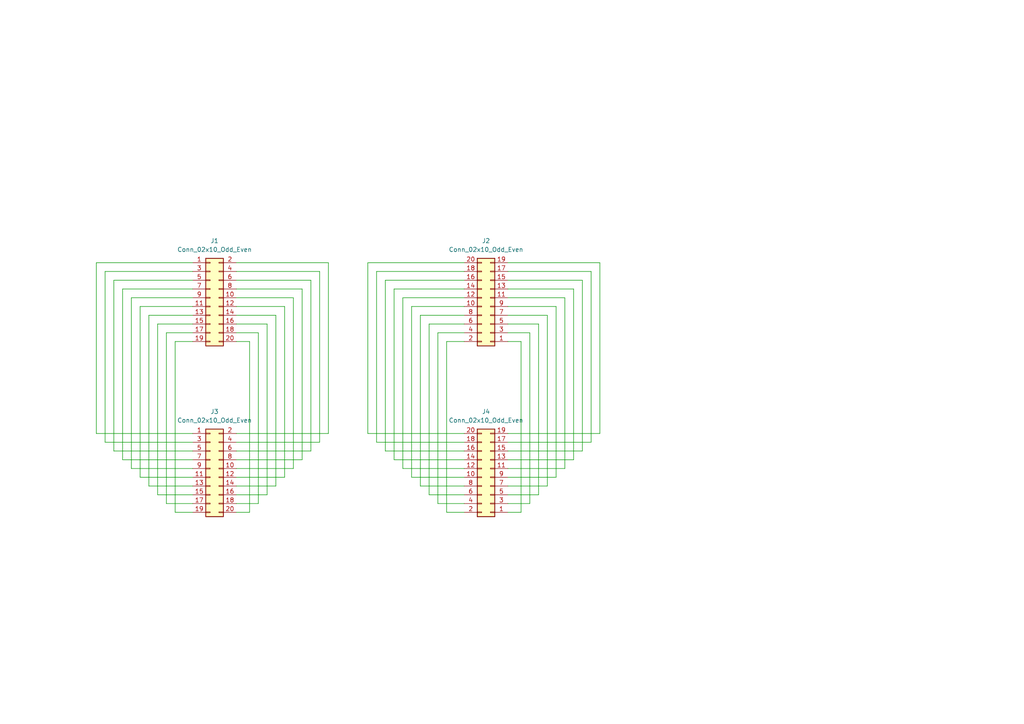
<source format=kicad_sch>
(kicad_sch (version 20250114) (generator "eeschema") (generator_version "9.0")
  (paper "A4")
  (lib_symbols
    (symbol "Connector_Generic:Conn_02x10_Odd_Even" (pin_names (offset 1.016) (hide yes))
      (property "Reference" "J" (at 1.27 12.7 0))
      (property "Value" "Conn_02x10_Odd_Even" (at 1.27 -15.24 0))
      (symbol "Conn_02x10_Odd_Even_1_1"
        (rectangle (start -1.27 11.43) (end 3.81 -13.97) (stroke (width 0.254)) (fill (type background)))
        (rectangle (start -1.27 10.287) (end 0 10.033) (stroke (width 0.1524)))
        (rectangle (start -1.27 7.747) (end 0 7.493) (stroke (width 0.1524)))
        (rectangle (start -1.27 5.207) (end 0 4.953) (stroke (width 0.1524)))
        (rectangle (start -1.27 2.667) (end 0 2.413) (stroke (width 0.1524)))
        (rectangle (start -1.27 0.127) (end 0 -0.127) (stroke (width 0.1524)))
        (rectangle (start -1.27 -2.413) (end 0 -2.667) (stroke (width 0.1524)))
        (rectangle (start -1.27 -4.953) (end 0 -5.207) (stroke (width 0.1524)))
        (rectangle (start -1.27 -7.493) (end 0 -7.747) (stroke (width 0.1524)))
        (rectangle (start -1.27 -10.033) (end 0 -10.287) (stroke (width 0.1524)))
        (rectangle (start -1.27 -12.573) (end 0 -12.827) (stroke (width 0.1524)))
        (rectangle (start 3.81 10.287) (end 2.54 10.033) (stroke (width 0.1524)))
        (rectangle (start 3.81 7.747) (end 2.54 7.493) (stroke (width 0.1524)))
        (rectangle (start 3.81 5.207) (end 2.54 4.953) (stroke (width 0.1524)))
        (rectangle (start 3.81 2.667) (end 2.54 2.413) (stroke (width 0.1524)))
        (rectangle (start 3.81 0.127) (end 2.54 -0.127) (stroke (width 0.1524)))
        (rectangle (start 3.81 -2.413) (end 2.54 -2.667) (stroke (width 0.1524)))
        (rectangle (start 3.81 -4.953) (end 2.54 -5.207) (stroke (width 0.1524)))
        (rectangle (start 3.81 -7.493) (end 2.54 -7.747) (stroke (width 0.1524)))
        (rectangle (start 3.81 -10.033) (end 2.54 -10.287) (stroke (width 0.1524)))
        (rectangle (start 3.81 -12.573) (end 2.54 -12.827) (stroke (width 0.1524)))
        (pin passive line (at -5.08 10.16 0) (length 3.81) (name "Pin_1") (number "1"))
        (pin passive line (at -5.08 7.62 0) (length 3.81) (name "Pin_3") (number "3"))
        (pin passive line (at -5.08 5.08 0) (length 3.81) (name "Pin_5") (number "5"))
        (pin passive line (at -5.08 2.54 0) (length 3.81) (name "Pin_7") (number "7"))
        (pin passive line (at -5.08 0 0) (length 3.81) (name "Pin_9") (number "9"))
        (pin passive line (at -5.08 -2.54 0) (length 3.81) (name "Pin_11") (number "11"))
        (pin passive line (at -5.08 -5.08 0) (length 3.81) (name "Pin_13") (number "13"))
        (pin passive line (at -5.08 -7.62 0) (length 3.81) (name "Pin_15") (number "15"))
        (pin passive line (at -5.08 -10.16 0) (length 3.81) (name "Pin_17") (number "17"))
        (pin passive line (at -5.08 -12.7 0) (length 3.81) (name "Pin_19") (number "19"))
        (pin passive line (at 7.62 10.16 180) (length 3.81) (name "Pin_2") (number "2"))
        (pin passive line (at 7.62 7.62 180) (length 3.81) (name "Pin_4") (number "4"))
        (pin passive line (at 7.62 5.08 180) (length 3.81) (name "Pin_6") (number "6"))
        (pin passive line (at 7.62 2.54 180) (length 3.81) (name "Pin_8") (number "8"))
        (pin passive line (at 7.62 0 180) (length 3.81) (name "Pin_10") (number "10"))
        (pin passive line (at 7.62 -2.54 180) (length 3.81) (name "Pin_12") (number "12"))
        (pin passive line (at 7.62 -5.08 180) (length 3.81) (name "Pin_14") (number "14"))
        (pin passive line (at 7.62 -7.62 180) (length 3.81) (name "Pin_16") (number "16"))
        (pin passive line (at 7.62 -10.16 180) (length 3.81) (name "Pin_18") (number "18"))
        (pin passive line (at 7.62 -12.7 180) (length 3.81) (name "Pin_20") (number "20"))
      )
    )
  )
  (wire (pts (xy 134.62 99.06) (xy 129.54 99.06)))
  (wire (pts (xy 55.88 83.82) (xy 35.56 83.82)))
  (wire (pts (xy 161.29 138.43) (xy 147.32 138.43)))
  (wire (pts (xy 92.71 78.74) (xy 92.71 128.27)))
  (wire (pts (xy 33.02 130.81) (xy 33.02 81.28)))
  (wire (pts (xy 38.1 135.89) (xy 38.1 86.36)))
  (wire (pts (xy 106.68 76.2) (xy 106.68 125.73)))
  (wire (pts (xy 173.99 76.2) (xy 147.32 76.2)))
  (wire (pts (xy 55.88 146.05) (xy 48.26 146.05)))
  (wire (pts (xy 156.21 93.98) (xy 156.21 143.51)))
  (wire (pts (xy 134.62 76.2) (xy 106.68 76.2)))
  (wire (pts (xy 90.17 130.81) (xy 90.17 81.28)))
  (wire (pts (xy 156.21 143.51) (xy 147.32 143.51)))
  (wire (pts (xy 45.72 143.51) (xy 55.88 143.51)))
  (wire (pts (xy 68.58 93.98) (xy 77.47 93.98)))
  (wire (pts (xy 158.75 91.44) (xy 147.32 91.44)))
  (wire (pts (xy 68.58 135.89) (xy 85.09 135.89)))
  (wire (pts (xy 48.26 96.52) (xy 55.88 96.52)))
  (wire (pts (xy 55.88 78.74) (xy 30.48 78.74)))
  (wire (pts (xy 147.32 125.73) (xy 173.99 125.73)))
  (wire (pts (xy 147.32 140.97) (xy 158.75 140.97)))
  (wire (pts (xy 40.64 138.43) (xy 55.88 138.43)))
  (wire (pts (xy 166.37 83.82) (xy 166.37 133.35)))
  (wire (pts (xy 121.92 140.97) (xy 121.92 91.44)))
  (wire (pts (xy 72.39 148.59) (xy 68.58 148.59)))
  (wire (pts (xy 74.93 96.52) (xy 68.58 96.52)))
  (wire (pts (xy 168.91 81.28) (xy 147.32 81.28)))
  (wire (pts (xy 27.94 125.73) (xy 55.88 125.73)))
  (wire (pts (xy 30.48 78.74) (xy 30.48 128.27)))
  (wire (pts (xy 68.58 78.74) (xy 92.71 78.74)))
  (wire (pts (xy 151.13 99.06) (xy 151.13 148.59)))
  (wire (pts (xy 68.58 83.82) (xy 87.63 83.82)))
  (wire (pts (xy 119.38 138.43) (xy 134.62 138.43)))
  (wire (pts (xy 163.83 135.89) (xy 163.83 86.36)))
  (wire (pts (xy 80.01 91.44) (xy 68.58 91.44)))
  (wire (pts (xy 77.47 93.98) (xy 77.47 143.51)))
  (wire (pts (xy 27.94 76.2) (xy 27.94 125.73)))
  (wire (pts (xy 147.32 88.9) (xy 161.29 88.9)))
  (wire (pts (xy 85.09 135.89) (xy 85.09 86.36)))
  (wire (pts (xy 33.02 81.28) (xy 55.88 81.28)))
  (wire (pts (xy 127 146.05) (xy 134.62 146.05)))
  (wire (pts (xy 55.88 76.2) (xy 27.94 76.2)))
  (wire (pts (xy 114.3 133.35) (xy 134.62 133.35)))
  (wire (pts (xy 68.58 130.81) (xy 90.17 130.81)))
  (wire (pts (xy 55.88 88.9) (xy 40.64 88.9)))
  (wire (pts (xy 161.29 88.9) (xy 161.29 138.43)))
  (wire (pts (xy 106.68 125.73) (xy 134.62 125.73)))
  (wire (pts (xy 121.92 140.97) (xy 134.62 140.97)))
  (wire (pts (xy 109.22 78.74) (xy 109.22 128.27)))
  (wire (pts (xy 82.55 138.43) (xy 68.58 138.43)))
  (wire (pts (xy 166.37 133.35) (xy 147.32 133.35)))
  (wire (pts (xy 147.32 99.06) (xy 151.13 99.06)))
  (wire (pts (xy 151.13 148.59) (xy 147.32 148.59)))
  (wire (pts (xy 116.84 135.89) (xy 116.84 86.36)))
  (wire (pts (xy 147.32 135.89) (xy 163.83 135.89)))
  (wire (pts (xy 35.56 83.82) (xy 35.56 133.35)))
  (wire (pts (xy 68.58 125.73) (xy 95.25 125.73)))
  (wire (pts (xy 134.62 88.9) (xy 119.38 88.9)))
  (wire (pts (xy 55.88 130.81) (xy 33.02 130.81)))
  (wire (pts (xy 124.46 143.51) (xy 134.62 143.51)))
  (wire (pts (xy 116.84 135.89) (xy 134.62 135.89)))
  (wire (pts (xy 55.88 135.89) (xy 38.1 135.89)))
  (wire (pts (xy 147.32 83.82) (xy 166.37 83.82)))
  (wire (pts (xy 111.76 130.81) (xy 111.76 81.28)))
  (wire (pts (xy 109.22 128.27) (xy 134.62 128.27)))
  (wire (pts (xy 173.99 125.73) (xy 173.99 76.2)))
  (wire (pts (xy 134.62 78.74) (xy 109.22 78.74)))
  (wire (pts (xy 95.25 125.73) (xy 95.25 76.2)))
  (wire (pts (xy 147.32 78.74) (xy 171.45 78.74)))
  (wire (pts (xy 55.88 93.98) (xy 45.72 93.98)))
  (wire (pts (xy 50.8 99.06) (xy 50.8 148.59)))
  (wire (pts (xy 95.25 76.2) (xy 68.58 76.2)))
  (wire (pts (xy 127 96.52) (xy 134.62 96.52)))
  (wire (pts (xy 147.32 128.27) (xy 171.45 128.27)))
  (wire (pts (xy 30.48 128.27) (xy 55.88 128.27)))
  (wire (pts (xy 147.32 93.98) (xy 156.21 93.98)))
  (wire (pts (xy 50.8 148.59) (xy 55.88 148.59)))
  (wire (pts (xy 87.63 133.35) (xy 68.58 133.35)))
  (wire (pts (xy 87.63 83.82) (xy 87.63 133.35)))
  (wire (pts (xy 35.56 133.35) (xy 55.88 133.35)))
  (wire (pts (xy 124.46 93.98) (xy 124.46 143.51)))
  (wire (pts (xy 80.01 140.97) (xy 80.01 91.44)))
  (wire (pts (xy 68.58 88.9) (xy 82.55 88.9)))
  (wire (pts (xy 111.76 130.81) (xy 134.62 130.81)))
  (wire (pts (xy 38.1 86.36) (xy 55.88 86.36)))
  (wire (pts (xy 158.75 140.97) (xy 158.75 91.44)))
  (wire (pts (xy 92.71 128.27) (xy 68.58 128.27)))
  (wire (pts (xy 111.76 81.28) (xy 134.62 81.28)))
  (wire (pts (xy 55.88 140.97) (xy 43.18 140.97)))
  (wire (pts (xy 43.18 91.44) (xy 55.88 91.44)))
  (wire (pts (xy 90.17 81.28) (xy 68.58 81.28)))
  (wire (pts (xy 85.09 86.36) (xy 68.58 86.36)))
  (wire (pts (xy 129.54 99.06) (xy 129.54 148.59)))
  (wire (pts (xy 147.32 130.81) (xy 168.91 130.81)))
  (wire (pts (xy 119.38 88.9) (xy 119.38 138.43)))
  (wire (pts (xy 82.55 88.9) (xy 82.55 138.43)))
  (wire (pts (xy 153.67 146.05) (xy 153.67 96.52)))
  (wire (pts (xy 129.54 148.59) (xy 134.62 148.59)))
  (wire (pts (xy 153.67 96.52) (xy 147.32 96.52)))
  (wire (pts (xy 68.58 146.05) (xy 74.93 146.05)))
  (wire (pts (xy 168.91 130.81) (xy 168.91 81.28)))
  (wire (pts (xy 163.83 86.36) (xy 147.32 86.36)))
  (wire (pts (xy 45.72 93.98) (xy 45.72 143.51)))
  (wire (pts (xy 74.93 146.05) (xy 74.93 96.52)))
  (wire (pts (xy 134.62 83.82) (xy 114.3 83.82)))
  (wire (pts (xy 147.32 146.05) (xy 153.67 146.05)))
  (wire (pts (xy 116.84 86.36) (xy 134.62 86.36)))
  (wire (pts (xy 40.64 88.9) (xy 40.64 138.43)))
  (wire (pts (xy 43.18 140.97) (xy 43.18 91.44)))
  (wire (pts (xy 127 146.05) (xy 127 96.52)))
  (wire (pts (xy 68.58 140.97) (xy 80.01 140.97)))
  (wire (pts (xy 68.58 99.06) (xy 72.39 99.06)))
  (wire (pts (xy 134.62 93.98) (xy 124.46 93.98)))
  (wire (pts (xy 55.88 99.06) (xy 50.8 99.06)))
  (wire (pts (xy 72.39 99.06) (xy 72.39 148.59)))
  (wire (pts (xy 48.26 146.05) (xy 48.26 96.52)))
  (wire (pts (xy 114.3 83.82) (xy 114.3 133.35)))
  (wire (pts (xy 171.45 78.74) (xy 171.45 128.27)))
  (wire (pts (xy 77.47 143.51) (xy 68.58 143.51)))
  (wire (pts (xy 121.92 91.44) (xy 134.62 91.44)))
  (symbol (lib_id "Connector_Generic:Conn_02x10_Odd_Even") (at 60.96 86.36 0) (unit 1)
    (property "Reference" "J1" (at 62.23 69.85 0))
    (property "Value" "Conn_02x10_Odd_Even" (at 62.23 72.39 0))
    (property "Footprint" "Connector_PinHeader_1.27mm:PinHeader_2x10_P1.27mm_Vertical" (effects (hide yes)))
    (property "Description" "Generic connector, double row, 02x10, odd/even pin numbering scheme (row 1 odd numbers, row 2 even numbers), script generated (kicad-library-utils/schlib/autogen/connector/)" (effects (hide yes)))
  )
  (symbol (lib_id "Connector_Generic:Conn_02x10_Odd_Even") (at 142.24 138.43 180) (unit 1)
    (property "Reference" "J4" (at 140.97 119.38 0))
    (property "Value" "Conn_02x10_Odd_Even" (at 140.97 121.92 0))
    (property "Footprint" "Connector_PinHeader_2.54mm:PinHeader_2x10_P2.54mm_Vertical" (effects (hide yes)))
    (property "Description" "Generic connector, double row, 02x10, odd/even pin numbering scheme (row 1 odd numbers, row 2 even numbers), script generated (kicad-library-utils/schlib/autogen/connector/)" (effects (hide yes)))
  )
  (symbol (lib_id "Connector_Generic:Conn_02x10_Odd_Even") (at 60.96 135.89 0) (unit 1)
    (property "Reference" "J3" (at 62.23 119.38 0))
    (property "Value" "Conn_02x10_Odd_Even" (at 62.23 121.92 0))
    (property "Footprint" "Connector_PinHeader_2.54mm:PinHeader_2x10_P2.54mm_Vertical" (effects (hide yes)))
    (property "Description" "Generic connector, double row, 02x10, odd/even pin numbering scheme (row 1 odd numbers, row 2 even numbers), script generated (kicad-library-utils/schlib/autogen/connector/)" (effects (hide yes)))
  )
  (symbol (lib_id "Connector_Generic:Conn_02x10_Odd_Even") (at 142.24 88.9 180) (unit 1)
    (property "Reference" "J2" (at 140.97 69.85 0))
    (property "Value" "Conn_02x10_Odd_Even" (at 140.97 72.39 0))
    (property "Footprint" "Connector_PinHeader_1.27mm:PinHeader_2x10_P1.27mm_Vertical" (effects (hide yes)))
    (property "Description" "Generic connector, double row, 02x10, odd/even pin numbering scheme (row 1 odd numbers, row 2 even numbers), script generated (kicad-library-utils/schlib/autogen/connector/)" (effects (hide yes)))
  )
)
</source>
